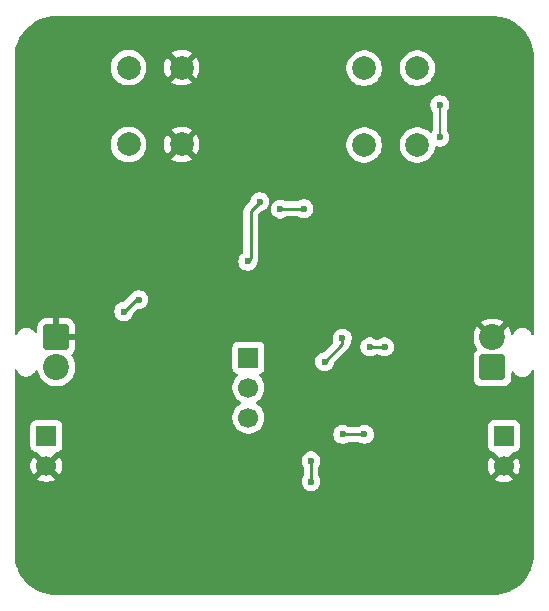
<source format=gbr>
%TF.GenerationSoftware,KiCad,Pcbnew,9.0.4*%
%TF.CreationDate,2026-01-25T08:23:28+01:00*%
%TF.ProjectId,VQFN_Training_Lab,5651464e-5f54-4726-9169-6e696e675f4c,1.0*%
%TF.SameCoordinates,PX7270e00PY7270e00*%
%TF.FileFunction,Copper,L2,Bot*%
%TF.FilePolarity,Positive*%
%FSLAX46Y46*%
G04 Gerber Fmt 4.6, Leading zero omitted, Abs format (unit mm)*
G04 Created by KiCad (PCBNEW 9.0.4) date 2026-01-25 08:23:28*
%MOMM*%
%LPD*%
G01*
G04 APERTURE LIST*
G04 Aperture macros list*
%AMRoundRect*
0 Rectangle with rounded corners*
0 $1 Rounding radius*
0 $2 $3 $4 $5 $6 $7 $8 $9 X,Y pos of 4 corners*
0 Add a 4 corners polygon primitive as box body*
4,1,4,$2,$3,$4,$5,$6,$7,$8,$9,$2,$3,0*
0 Add four circle primitives for the rounded corners*
1,1,$1+$1,$2,$3*
1,1,$1+$1,$4,$5*
1,1,$1+$1,$6,$7*
1,1,$1+$1,$8,$9*
0 Add four rect primitives between the rounded corners*
20,1,$1+$1,$2,$3,$4,$5,0*
20,1,$1+$1,$4,$5,$6,$7,0*
20,1,$1+$1,$6,$7,$8,$9,0*
20,1,$1+$1,$8,$9,$2,$3,0*%
G04 Aperture macros list end*
%TA.AperFunction,ComponentPad*%
%ADD10R,1.700000X1.700000*%
%TD*%
%TA.AperFunction,ComponentPad*%
%ADD11C,1.700000*%
%TD*%
%TA.AperFunction,HeatsinkPad*%
%ADD12C,0.500000*%
%TD*%
%TA.AperFunction,ComponentPad*%
%ADD13C,0.800000*%
%TD*%
%TA.AperFunction,ComponentPad*%
%ADD14C,6.400000*%
%TD*%
%TA.AperFunction,ComponentPad*%
%ADD15C,2.000000*%
%TD*%
%TA.AperFunction,ComponentPad*%
%ADD16RoundRect,0.249999X-0.850001X0.850001X-0.850001X-0.850001X0.850001X-0.850001X0.850001X0.850001X0*%
%TD*%
%TA.AperFunction,ComponentPad*%
%ADD17C,2.200000*%
%TD*%
%TA.AperFunction,ComponentPad*%
%ADD18RoundRect,0.249999X0.850001X-0.850001X0.850001X0.850001X-0.850001X0.850001X-0.850001X-0.850001X0*%
%TD*%
%TA.AperFunction,ViaPad*%
%ADD19C,0.600000*%
%TD*%
%TA.AperFunction,Conductor*%
%ADD20C,0.250000*%
%TD*%
%TA.AperFunction,Conductor*%
%ADD21C,0.200000*%
%TD*%
G04 APERTURE END LIST*
D10*
%TO.P,J5,1,Pin_1*%
%TO.N,+5V*%
X20300000Y20592500D03*
D11*
%TO.P,J5,2,Pin_2*%
%TO.N,/LDO_EN_SEL*%
X20300000Y18052500D03*
%TO.P,J5,3,Pin_3*%
%TO.N,/LDO_EN*%
X20300000Y15512500D03*
%TD*%
D12*
%TO.P,U1,10*%
%TO.N,GND*%
X22352500Y10680000D03*
%TO.P,U1,11*%
X22952500Y9480000D03*
%TD*%
D10*
%TO.P,J4,1,Pin_1*%
%TO.N,+3V3*%
X3200000Y13970000D03*
D11*
%TO.P,J4,2,Pin_2*%
%TO.N,GND*%
X3200000Y11430000D03*
%TD*%
D10*
%TO.P,J1,1,Pin_1*%
%TO.N,+5V*%
X41925000Y13960000D03*
D11*
%TO.P,J1,2,Pin_2*%
%TO.N,GND*%
X41925000Y11420000D03*
%TD*%
D13*
%TO.P,H1,1,1*%
%TO.N,GND*%
X1600000Y46000000D03*
X2302944Y47697056D03*
X2302944Y44302944D03*
X4000000Y48400000D03*
D14*
X4000000Y46000000D03*
D13*
X4000000Y43600000D03*
X5697056Y47697056D03*
X5697056Y44302944D03*
X6400000Y46000000D03*
%TD*%
%TO.P,H3,1,1*%
%TO.N,GND*%
X1600000Y4000000D03*
X2302944Y5697056D03*
X2302944Y2302944D03*
X4000000Y6400000D03*
D14*
X4000000Y4000000D03*
D13*
X4000000Y1600000D03*
X5697056Y5697056D03*
X5697056Y2302944D03*
X6400000Y4000000D03*
%TD*%
D15*
%TO.P,SW2,1,1*%
%TO.N,Net-(R3-Pad1)*%
X34600000Y45100000D03*
X34600000Y38600000D03*
%TO.P,SW2,2,2*%
%TO.N,+5V*%
X30100000Y45100000D03*
X30100000Y38600000D03*
%TD*%
D13*
%TO.P,H2,1,1*%
%TO.N,GND*%
X38600000Y46000000D03*
X39302944Y47697056D03*
X39302944Y44302944D03*
X41000000Y48400000D03*
D14*
X41000000Y46000000D03*
D13*
X41000000Y43600000D03*
X42697056Y47697056D03*
X42697056Y44302944D03*
X43400000Y46000000D03*
%TD*%
D16*
%TO.P,J3,1,Pin_1*%
%TO.N,GND*%
X4040000Y22330000D03*
D17*
%TO.P,J3,2,Pin_2*%
%TO.N,+3V3*%
X4040000Y19790000D03*
%TD*%
D13*
%TO.P,H4,1,1*%
%TO.N,GND*%
X38600000Y4000000D03*
X39302944Y5697056D03*
X39302944Y2302944D03*
X41000000Y6400000D03*
D14*
X41000000Y4000000D03*
D13*
X41000000Y1600000D03*
X42697056Y5697056D03*
X42697056Y2302944D03*
X43400000Y4000000D03*
%TD*%
D15*
%TO.P,SW1,1,1*%
%TO.N,GND*%
X14650000Y45150000D03*
X14650000Y38650000D03*
%TO.P,SW1,2,2*%
%TO.N,Net-(R1-Pad2)*%
X10150000Y45150000D03*
X10150000Y38650000D03*
%TD*%
D18*
%TO.P,J2,1,Pin_1*%
%TO.N,+5V*%
X40960000Y19760000D03*
D17*
%TO.P,J2,2,Pin_2*%
%TO.N,GND*%
X40960000Y22300000D03*
%TD*%
D19*
%TO.N,GND*%
X17300000Y18100000D03*
X11500000Y36000000D03*
X19840000Y8530000D03*
X36000000Y34000000D03*
X19100000Y38800000D03*
X11750000Y27750000D03*
X31000000Y27800000D03*
X23700000Y26600000D03*
X17000000Y24250000D03*
X17600000Y10700000D03*
X7900000Y26700000D03*
X28400000Y7600000D03*
X32500000Y27800000D03*
%TO.N,Net-(IC1-2Y)*%
X31825000Y21500000D03*
X30575000Y21500000D03*
%TO.N,Net-(IC1-1Y)*%
X11000000Y25500000D03*
X21250000Y33800000D03*
X20250000Y28750000D03*
X9750000Y24500000D03*
%TO.N,/RESET*%
X23000000Y33175000D03*
X25000000Y33200000D03*
%TO.N,Net-(IC2-1Y)*%
X26750000Y20250000D03*
X28250000Y22250000D03*
%TO.N,/LDO_EN*%
X28275000Y14100000D03*
X30125000Y14100000D03*
%TO.N,Net-(R3-Pad1)*%
X36500000Y39250000D03*
X36500000Y42000000D03*
%TO.N,/LDO_EN_SEL*%
X25600000Y10100000D03*
X25600000Y11855000D03*
%TD*%
D20*
%TO.N,Net-(IC1-2Y)*%
X31825000Y21500000D02*
X30575000Y21500000D01*
%TO.N,Net-(IC1-1Y)*%
X10750000Y25500000D02*
X9750000Y24500000D01*
X20500000Y33000000D02*
X20500000Y29000000D01*
X21250000Y33750000D02*
X20500000Y33000000D01*
X21250000Y33800000D02*
X21250000Y33750000D01*
X20500000Y29000000D02*
X20250000Y28750000D01*
X11000000Y25500000D02*
X10750000Y25500000D01*
%TO.N,/RESET*%
X23025000Y33200000D02*
X23000000Y33175000D01*
X25000000Y33200000D02*
X23025000Y33200000D01*
%TO.N,Net-(IC2-1Y)*%
X26750000Y20250000D02*
X28250000Y21750000D01*
X28250000Y21750000D02*
X28250000Y22250000D01*
%TO.N,/LDO_EN*%
X28275000Y14100000D02*
X30125000Y14100000D01*
D21*
%TO.N,Net-(R3-Pad1)*%
X36500000Y39250000D02*
X36500000Y42000000D01*
D20*
%TO.N,/LDO_EN_SEL*%
X25600000Y11855000D02*
X25600000Y10100000D01*
%TD*%
%TA.AperFunction,Conductor*%
%TO.N,GND*%
G36*
X41003032Y49499352D02*
G01*
X41336929Y49482948D01*
X41349037Y49481755D01*
X41452146Y49466461D01*
X41676699Y49433151D01*
X41688617Y49430781D01*
X42009951Y49350291D01*
X42021588Y49346760D01*
X42092806Y49321278D01*
X42333467Y49235168D01*
X42344688Y49230521D01*
X42644163Y49088880D01*
X42654871Y49083156D01*
X42938988Y48912863D01*
X42949106Y48906103D01*
X43215170Y48708776D01*
X43224576Y48701056D01*
X43470013Y48478605D01*
X43478604Y48470014D01*
X43665755Y48263525D01*
X43701055Y48224577D01*
X43708775Y48215171D01*
X43906102Y47949107D01*
X43912862Y47938989D01*
X44041776Y47723908D01*
X44083148Y47654884D01*
X44088885Y47644152D01*
X44230514Y47344703D01*
X44235170Y47333460D01*
X44346759Y47021589D01*
X44350292Y47009945D01*
X44430777Y46688631D01*
X44433151Y46676695D01*
X44481754Y46349038D01*
X44482947Y46336929D01*
X44499351Y46003034D01*
X44499500Y45996949D01*
X44499500Y22602191D01*
X44479815Y22535152D01*
X44427011Y22489397D01*
X44357853Y22479453D01*
X44294297Y22508478D01*
X44260939Y22554739D01*
X44209397Y22679173D01*
X44209390Y22679186D01*
X44121789Y22810289D01*
X44121786Y22810293D01*
X44010292Y22921787D01*
X44010288Y22921790D01*
X43879185Y23009391D01*
X43879172Y23009398D01*
X43733501Y23069736D01*
X43733489Y23069739D01*
X43578845Y23100500D01*
X43578842Y23100500D01*
X43421158Y23100500D01*
X43421155Y23100500D01*
X43266510Y23069739D01*
X43266498Y23069736D01*
X43120827Y23009398D01*
X43120814Y23009391D01*
X42989711Y22921790D01*
X42989707Y22921787D01*
X42878213Y22810293D01*
X42878210Y22810289D01*
X42790609Y22679186D01*
X42790604Y22679176D01*
X42763025Y22612594D01*
X42719184Y22558190D01*
X42652889Y22536126D01*
X42585190Y22553406D01*
X42537580Y22604543D01*
X42525991Y22640650D01*
X42520603Y22674669D01*
X42442780Y22914185D01*
X42328442Y23138584D01*
X42254250Y23240699D01*
X42254250Y23240700D01*
X41483787Y22470236D01*
X41472518Y22512292D01*
X41400110Y22637708D01*
X41297708Y22740110D01*
X41172292Y22812518D01*
X41130232Y22823788D01*
X41900698Y23594252D01*
X41798583Y23668443D01*
X41574184Y23782781D01*
X41334669Y23860603D01*
X41085928Y23900000D01*
X40834072Y23900000D01*
X40585330Y23860603D01*
X40345815Y23782781D01*
X40121413Y23668441D01*
X40019301Y23594253D01*
X40019300Y23594252D01*
X40789765Y22823788D01*
X40747708Y22812518D01*
X40622292Y22740110D01*
X40519890Y22637708D01*
X40447482Y22512292D01*
X40436212Y22470235D01*
X39665748Y23240700D01*
X39665747Y23240699D01*
X39591559Y23138587D01*
X39477219Y22914185D01*
X39399397Y22674670D01*
X39360000Y22425929D01*
X39360000Y22174072D01*
X39399397Y21925331D01*
X39477219Y21685816D01*
X39591559Y21461414D01*
X39659125Y21368416D01*
X39682605Y21302610D01*
X39666779Y21234556D01*
X39645254Y21209016D01*
X39646451Y21207819D01*
X39517287Y21078655D01*
X39425187Y20929338D01*
X39425185Y20929333D01*
X39397349Y20845331D01*
X39370001Y20762798D01*
X39370001Y20762797D01*
X39370000Y20762797D01*
X39359500Y20660018D01*
X39359500Y18859983D01*
X39370000Y18757204D01*
X39425185Y18590668D01*
X39425186Y18590665D01*
X39517288Y18441344D01*
X39641344Y18317288D01*
X39790665Y18225186D01*
X39957202Y18170001D01*
X40059990Y18159500D01*
X40059995Y18159500D01*
X41860005Y18159500D01*
X41860010Y18159500D01*
X41962798Y18170001D01*
X42129335Y18225186D01*
X42278656Y18317288D01*
X42402712Y18441344D01*
X42494814Y18590665D01*
X42549999Y18757202D01*
X42560500Y18859990D01*
X42560500Y19316425D01*
X42580185Y19383464D01*
X42632989Y19429219D01*
X42702147Y19439163D01*
X42765703Y19410138D01*
X42787602Y19385316D01*
X42878210Y19249712D01*
X42878213Y19249708D01*
X42989707Y19138214D01*
X42989711Y19138211D01*
X43120814Y19050610D01*
X43120827Y19050603D01*
X43194078Y19020262D01*
X43266503Y18990263D01*
X43421153Y18959501D01*
X43421156Y18959500D01*
X43421158Y18959500D01*
X43578844Y18959500D01*
X43578845Y18959501D01*
X43733497Y18990263D01*
X43846166Y19036933D01*
X43879172Y19050603D01*
X43879172Y19050604D01*
X43879179Y19050606D01*
X44010289Y19138211D01*
X44121789Y19249711D01*
X44209394Y19380821D01*
X44211256Y19385316D01*
X44260939Y19505262D01*
X44304779Y19559666D01*
X44371074Y19581731D01*
X44438773Y19564452D01*
X44486384Y19513315D01*
X44499500Y19457810D01*
X44499500Y4003052D01*
X44499351Y3996967D01*
X44482947Y3663072D01*
X44481754Y3650963D01*
X44433151Y3323306D01*
X44430777Y3311370D01*
X44350292Y2990056D01*
X44346759Y2978412D01*
X44235170Y2666541D01*
X44230514Y2655298D01*
X44088885Y2355849D01*
X44083148Y2345117D01*
X43912862Y2061012D01*
X43906102Y2050894D01*
X43708775Y1784830D01*
X43701055Y1775424D01*
X43478611Y1529994D01*
X43470006Y1521389D01*
X43224576Y1298945D01*
X43215170Y1291225D01*
X42949106Y1093898D01*
X42938988Y1087138D01*
X42654883Y916852D01*
X42644151Y911115D01*
X42344702Y769486D01*
X42333459Y764830D01*
X42021588Y653241D01*
X42009944Y649708D01*
X41688630Y569223D01*
X41676694Y566849D01*
X41349037Y518246D01*
X41336928Y517053D01*
X41021989Y501581D01*
X41003031Y500649D01*
X40996949Y500500D01*
X4003051Y500500D01*
X3996968Y500649D01*
X3976900Y501635D01*
X3663071Y517053D01*
X3650962Y518246D01*
X3323305Y566849D01*
X3311369Y569223D01*
X2990055Y649708D01*
X2978411Y653241D01*
X2666540Y764830D01*
X2655301Y769485D01*
X2355844Y911117D01*
X2345121Y916850D01*
X2061011Y1087138D01*
X2050893Y1093898D01*
X1784829Y1291225D01*
X1775423Y1298945D01*
X1736475Y1334245D01*
X1529986Y1521396D01*
X1521395Y1529987D01*
X1298944Y1775424D01*
X1291224Y1784830D01*
X1093897Y2050894D01*
X1087137Y2061012D01*
X916844Y2345129D01*
X911120Y2355837D01*
X769479Y2655312D01*
X764829Y2666541D01*
X653240Y2978412D01*
X649707Y2990056D01*
X640958Y3024985D01*
X569219Y3311383D01*
X566848Y3323306D01*
X518245Y3650963D01*
X517052Y3663073D01*
X500649Y3996968D01*
X500500Y4003052D01*
X500500Y14867865D01*
X1849500Y14867865D01*
X1849500Y13072130D01*
X1849501Y13072124D01*
X1855908Y13012517D01*
X1906202Y12877672D01*
X1906206Y12877665D01*
X1992452Y12762456D01*
X1992455Y12762453D01*
X2107664Y12676207D01*
X2107671Y12676203D01*
X2134472Y12666207D01*
X2242517Y12625909D01*
X2302127Y12619500D01*
X2312685Y12619501D01*
X2379723Y12599821D01*
X2400372Y12583182D01*
X3070591Y11912963D01*
X3007007Y11895925D01*
X2892993Y11830099D01*
X2799901Y11737007D01*
X2734075Y11622993D01*
X2717037Y11559409D01*
X2084728Y12191718D01*
X2084727Y12191718D01*
X2045380Y12137561D01*
X1948904Y11948218D01*
X1883242Y11746131D01*
X1883242Y11746128D01*
X1850000Y11536247D01*
X1850000Y11323754D01*
X1883242Y11113873D01*
X1883242Y11113870D01*
X1948904Y10911783D01*
X2045375Y10722450D01*
X2084728Y10668284D01*
X2717037Y11300592D01*
X2734075Y11237007D01*
X2799901Y11122993D01*
X2892993Y11029901D01*
X3007007Y10964075D01*
X3070590Y10947038D01*
X2438282Y10314731D01*
X2438282Y10314730D01*
X2492449Y10275376D01*
X2681782Y10178905D01*
X2883870Y10113243D01*
X3093754Y10080000D01*
X3306246Y10080000D01*
X3516127Y10113243D01*
X3516130Y10113243D01*
X3718217Y10178905D01*
X3907554Y10275378D01*
X3961716Y10314730D01*
X3961717Y10314730D01*
X3329408Y10947038D01*
X3392993Y10964075D01*
X3507007Y11029901D01*
X3600099Y11122993D01*
X3665925Y11237007D01*
X3682962Y11300592D01*
X4315270Y10668283D01*
X4315270Y10668284D01*
X4354622Y10722446D01*
X4451095Y10911783D01*
X4516757Y11113870D01*
X4516757Y11113873D01*
X4550000Y11323754D01*
X4550000Y11536247D01*
X4516757Y11746128D01*
X4516757Y11746131D01*
X4466237Y11901616D01*
X4455764Y11933847D01*
X24799500Y11933847D01*
X24799500Y11776154D01*
X24830261Y11621511D01*
X24830264Y11621499D01*
X24890602Y11475828D01*
X24890609Y11475816D01*
X24953602Y11381541D01*
X24974480Y11314864D01*
X24974500Y11312650D01*
X24974500Y10642350D01*
X24954815Y10575311D01*
X24953602Y10573459D01*
X24890609Y10479185D01*
X24890602Y10479172D01*
X24830264Y10333502D01*
X24830261Y10333490D01*
X24799500Y10178847D01*
X24799500Y10021154D01*
X24830261Y9866511D01*
X24830264Y9866499D01*
X24890602Y9720828D01*
X24890609Y9720815D01*
X24978210Y9589712D01*
X24978213Y9589708D01*
X25089707Y9478214D01*
X25089711Y9478211D01*
X25220814Y9390610D01*
X25220827Y9390603D01*
X25366498Y9330265D01*
X25366503Y9330263D01*
X25521153Y9299501D01*
X25521156Y9299500D01*
X25521158Y9299500D01*
X25678844Y9299500D01*
X25678845Y9299501D01*
X25833497Y9330263D01*
X25979179Y9390606D01*
X26110289Y9478211D01*
X26221789Y9589711D01*
X26309394Y9720821D01*
X26369737Y9866503D01*
X26400500Y10021158D01*
X26400500Y10178842D01*
X26400500Y10178845D01*
X26370871Y10327797D01*
X26370870Y10327799D01*
X26369738Y10333490D01*
X26369737Y10333497D01*
X26309394Y10479179D01*
X26246397Y10573461D01*
X26225520Y10640137D01*
X26225500Y10642350D01*
X26225500Y11312650D01*
X26229026Y11326705D01*
X26228125Y11338030D01*
X26237427Y11360182D01*
X26240192Y11371197D01*
X26243043Y11376520D01*
X26309394Y11475821D01*
X26369737Y11621503D01*
X26400500Y11776158D01*
X26400500Y11933842D01*
X26400500Y11933845D01*
X26400499Y11933847D01*
X26369738Y12088490D01*
X26369737Y12088497D01*
X26369735Y12088502D01*
X26309397Y12234173D01*
X26309390Y12234186D01*
X26221789Y12365289D01*
X26221786Y12365293D01*
X26110292Y12476787D01*
X26110288Y12476790D01*
X25979185Y12564391D01*
X25979172Y12564398D01*
X25833501Y12624736D01*
X25833489Y12624739D01*
X25678845Y12655500D01*
X25678842Y12655500D01*
X25521158Y12655500D01*
X25521155Y12655500D01*
X25366510Y12624739D01*
X25366498Y12624736D01*
X25220827Y12564398D01*
X25220814Y12564391D01*
X25089711Y12476790D01*
X25089707Y12476787D01*
X24978213Y12365293D01*
X24978210Y12365289D01*
X24890609Y12234186D01*
X24890602Y12234173D01*
X24830264Y12088502D01*
X24830261Y12088490D01*
X24799500Y11933847D01*
X4455764Y11933847D01*
X4451095Y11948218D01*
X4354624Y12137551D01*
X4315270Y12191718D01*
X4315269Y12191718D01*
X3682962Y11559410D01*
X3665925Y11622993D01*
X3600099Y11737007D01*
X3507007Y11830099D01*
X3392993Y11895925D01*
X3329409Y11912963D01*
X3999627Y12583182D01*
X4060950Y12616667D01*
X4087307Y12619501D01*
X4097872Y12619501D01*
X4157483Y12625909D01*
X4292331Y12676204D01*
X4407546Y12762454D01*
X4493796Y12877669D01*
X4544091Y13012517D01*
X4550500Y13072127D01*
X4550499Y14867872D01*
X4544091Y14927483D01*
X4493796Y15062331D01*
X4493795Y15062332D01*
X4493793Y15062336D01*
X4407547Y15177545D01*
X4407544Y15177548D01*
X4292335Y15263794D01*
X4292328Y15263798D01*
X4157482Y15314092D01*
X4157483Y15314092D01*
X4097883Y15320499D01*
X4097881Y15320500D01*
X4097873Y15320500D01*
X4097864Y15320500D01*
X2302129Y15320500D01*
X2302123Y15320499D01*
X2242516Y15314092D01*
X2107671Y15263798D01*
X2107664Y15263794D01*
X1992455Y15177548D01*
X1992452Y15177545D01*
X1906206Y15062336D01*
X1906202Y15062329D01*
X1855908Y14927483D01*
X1849700Y14869737D01*
X1849501Y14867877D01*
X1849500Y14867865D01*
X500500Y14867865D01*
X500500Y19487810D01*
X520185Y19554849D01*
X572989Y19600604D01*
X642147Y19610548D01*
X705703Y19581523D01*
X739061Y19535262D01*
X790602Y19410828D01*
X790609Y19410815D01*
X878210Y19279712D01*
X878213Y19279708D01*
X989707Y19168214D01*
X989711Y19168211D01*
X1120814Y19080610D01*
X1120827Y19080603D01*
X1266498Y19020265D01*
X1266503Y19020263D01*
X1417312Y18990265D01*
X1421153Y18989501D01*
X1421156Y18989500D01*
X1421158Y18989500D01*
X1578844Y18989500D01*
X1578845Y18989501D01*
X1733497Y19020263D01*
X1879179Y19080606D01*
X2010289Y19168211D01*
X2121789Y19279711D01*
X2209394Y19410821D01*
X2236609Y19476525D01*
X2280447Y19530927D01*
X2346741Y19552993D01*
X2414440Y19535715D01*
X2462052Y19484579D01*
X2473642Y19448472D01*
X2478910Y19415213D01*
X2556760Y19175617D01*
X2620455Y19050610D01*
X2651202Y18990265D01*
X2671132Y18951152D01*
X2819201Y18747351D01*
X2819205Y18747346D01*
X2997345Y18569206D01*
X2997350Y18569202D01*
X3173333Y18441344D01*
X3201155Y18421130D01*
X3344184Y18348253D01*
X3425616Y18306761D01*
X3425618Y18306761D01*
X3425621Y18306759D01*
X3665215Y18228910D01*
X3914038Y18189500D01*
X3914039Y18189500D01*
X4165961Y18189500D01*
X4165962Y18189500D01*
X4414785Y18228910D01*
X4654379Y18306759D01*
X4878845Y18421130D01*
X5082656Y18569207D01*
X5260793Y18747344D01*
X5408870Y18951155D01*
X5523241Y19175621D01*
X5601090Y19415215D01*
X5640500Y19664038D01*
X5640500Y19915962D01*
X5601090Y20164785D01*
X5523241Y20404379D01*
X5523239Y20404382D01*
X5523239Y20404384D01*
X5459367Y20529739D01*
X5408870Y20628845D01*
X5386231Y20660005D01*
X5340937Y20722348D01*
X5317457Y20788154D01*
X5333283Y20856208D01*
X5353574Y20882915D01*
X5482320Y21011661D01*
X5574354Y21160870D01*
X5574359Y21160881D01*
X5629505Y21327303D01*
X5639999Y21430014D01*
X5640000Y21430027D01*
X5640000Y21490365D01*
X18949500Y21490365D01*
X18949500Y19694630D01*
X18949501Y19694624D01*
X18955908Y19635017D01*
X19006202Y19500172D01*
X19006206Y19500165D01*
X19092452Y19384956D01*
X19092455Y19384953D01*
X19207664Y19298707D01*
X19207671Y19298703D01*
X19339082Y19249690D01*
X19395016Y19207819D01*
X19419433Y19142355D01*
X19404582Y19074082D01*
X19383431Y19045827D01*
X19269889Y18932285D01*
X19144951Y18760321D01*
X19048444Y18570915D01*
X18982753Y18368740D01*
X18949500Y18158787D01*
X18949500Y17946214D01*
X18982753Y17736261D01*
X19048444Y17534086D01*
X19144951Y17344680D01*
X19269890Y17172714D01*
X19420213Y17022391D01*
X19592182Y16897450D01*
X19600946Y16892984D01*
X19651742Y16845009D01*
X19668536Y16777188D01*
X19645998Y16711053D01*
X19600946Y16672016D01*
X19592182Y16667551D01*
X19420213Y16542610D01*
X19269890Y16392287D01*
X19144951Y16220321D01*
X19048444Y16030915D01*
X18982753Y15828740D01*
X18949500Y15618787D01*
X18949500Y15406214D01*
X18973640Y15253796D01*
X18982754Y15196257D01*
X19029519Y15052329D01*
X19048444Y14994086D01*
X19144951Y14804680D01*
X19269890Y14632714D01*
X19420213Y14482391D01*
X19592179Y14357452D01*
X19592181Y14357451D01*
X19592184Y14357449D01*
X19781588Y14260943D01*
X19983757Y14195254D01*
X20193713Y14162000D01*
X20193714Y14162000D01*
X20406286Y14162000D01*
X20406287Y14162000D01*
X20512654Y14178847D01*
X27474500Y14178847D01*
X27474500Y14021154D01*
X27505261Y13866511D01*
X27505264Y13866499D01*
X27565602Y13720828D01*
X27565609Y13720815D01*
X27653210Y13589712D01*
X27653213Y13589708D01*
X27764707Y13478214D01*
X27764711Y13478211D01*
X27895814Y13390610D01*
X27895827Y13390603D01*
X28041498Y13330265D01*
X28041503Y13330263D01*
X28196153Y13299501D01*
X28196156Y13299500D01*
X28196158Y13299500D01*
X28353844Y13299500D01*
X28353845Y13299501D01*
X28508497Y13330263D01*
X28654179Y13390606D01*
X28748459Y13453602D01*
X28815136Y13474480D01*
X28817350Y13474500D01*
X29582650Y13474500D01*
X29649689Y13454815D01*
X29651541Y13453602D01*
X29745821Y13390606D01*
X29745823Y13390605D01*
X29745827Y13390603D01*
X29891498Y13330265D01*
X29891503Y13330263D01*
X30046153Y13299501D01*
X30046156Y13299500D01*
X30046158Y13299500D01*
X30203844Y13299500D01*
X30203845Y13299501D01*
X30358497Y13330263D01*
X30504179Y13390606D01*
X30635289Y13478211D01*
X30746789Y13589711D01*
X30834394Y13720821D01*
X30894737Y13866503D01*
X30925500Y14021158D01*
X30925500Y14178842D01*
X30925500Y14178845D01*
X30925499Y14178847D01*
X30909169Y14260943D01*
X30894737Y14333497D01*
X30884815Y14357452D01*
X30834397Y14479173D01*
X30834390Y14479186D01*
X30746789Y14610289D01*
X30746786Y14610293D01*
X30635289Y14721790D01*
X30580958Y14758092D01*
X30504185Y14809391D01*
X30504172Y14809398D01*
X30387161Y14857865D01*
X40574500Y14857865D01*
X40574500Y13062130D01*
X40574501Y13062124D01*
X40580908Y13002517D01*
X40631202Y12867672D01*
X40631206Y12867665D01*
X40717452Y12752456D01*
X40717455Y12752453D01*
X40832664Y12666207D01*
X40832671Y12666203D01*
X40861368Y12655500D01*
X40967517Y12615909D01*
X41027127Y12609500D01*
X41037685Y12609501D01*
X41104723Y12589821D01*
X41125372Y12573182D01*
X41795591Y11902963D01*
X41732007Y11885925D01*
X41617993Y11820099D01*
X41524901Y11727007D01*
X41459075Y11612993D01*
X41442037Y11549409D01*
X40809728Y12181718D01*
X40809727Y12181718D01*
X40770380Y12127561D01*
X40673904Y11938218D01*
X40608242Y11736131D01*
X40608242Y11736128D01*
X40575000Y11526247D01*
X40575000Y11313754D01*
X40608242Y11103873D01*
X40608242Y11103870D01*
X40673904Y10901783D01*
X40770375Y10712450D01*
X40809728Y10658284D01*
X41442037Y11290592D01*
X41459075Y11227007D01*
X41524901Y11112993D01*
X41617993Y11019901D01*
X41732007Y10954075D01*
X41795590Y10937038D01*
X41163282Y10304731D01*
X41163282Y10304730D01*
X41217449Y10265376D01*
X41406782Y10168905D01*
X41608870Y10103243D01*
X41818754Y10070000D01*
X42031246Y10070000D01*
X42241127Y10103243D01*
X42241130Y10103243D01*
X42443217Y10168905D01*
X42632554Y10265378D01*
X42686716Y10304730D01*
X42686717Y10304730D01*
X42054408Y10937038D01*
X42117993Y10954075D01*
X42232007Y11019901D01*
X42325099Y11112993D01*
X42390925Y11227007D01*
X42407962Y11290592D01*
X43040270Y10658283D01*
X43040270Y10658284D01*
X43079622Y10712446D01*
X43176095Y10901783D01*
X43241757Y11103870D01*
X43241757Y11103873D01*
X43275000Y11313754D01*
X43275000Y11526247D01*
X43241757Y11736128D01*
X43241757Y11736131D01*
X43176095Y11938218D01*
X43079624Y12127551D01*
X43040270Y12181718D01*
X43040269Y12181718D01*
X42407962Y11549410D01*
X42390925Y11612993D01*
X42325099Y11727007D01*
X42232007Y11820099D01*
X42117993Y11885925D01*
X42054409Y11902963D01*
X42724627Y12573182D01*
X42785950Y12606667D01*
X42812307Y12609501D01*
X42822872Y12609501D01*
X42882483Y12615909D01*
X43017331Y12666204D01*
X43132546Y12752454D01*
X43218796Y12867669D01*
X43269091Y13002517D01*
X43275500Y13062127D01*
X43275499Y14857872D01*
X43269091Y14917483D01*
X43265361Y14927483D01*
X43218797Y15052329D01*
X43218793Y15052336D01*
X43132547Y15167545D01*
X43132544Y15167548D01*
X43017335Y15253794D01*
X43017328Y15253798D01*
X42882482Y15304092D01*
X42882483Y15304092D01*
X42822883Y15310499D01*
X42822881Y15310500D01*
X42822873Y15310500D01*
X42822864Y15310500D01*
X41027129Y15310500D01*
X41027123Y15310499D01*
X40967516Y15304092D01*
X40832671Y15253798D01*
X40832664Y15253794D01*
X40717455Y15167548D01*
X40717452Y15167545D01*
X40631206Y15052336D01*
X40631202Y15052329D01*
X40580908Y14917483D01*
X40575575Y14867873D01*
X40574501Y14857877D01*
X40574500Y14857865D01*
X30387161Y14857865D01*
X30358501Y14869736D01*
X30358489Y14869739D01*
X30203845Y14900500D01*
X30203842Y14900500D01*
X30046158Y14900500D01*
X30046155Y14900500D01*
X29891510Y14869739D01*
X29891498Y14869736D01*
X29745827Y14809398D01*
X29745815Y14809391D01*
X29651541Y14746398D01*
X29584864Y14725520D01*
X29582650Y14725500D01*
X28817350Y14725500D01*
X28750311Y14745185D01*
X28748459Y14746398D01*
X28654184Y14809391D01*
X28654172Y14809398D01*
X28508501Y14869736D01*
X28508489Y14869739D01*
X28353845Y14900500D01*
X28353842Y14900500D01*
X28196158Y14900500D01*
X28196155Y14900500D01*
X28041510Y14869739D01*
X28041498Y14869736D01*
X27895827Y14809398D01*
X27895814Y14809391D01*
X27764711Y14721790D01*
X27764707Y14721787D01*
X27653213Y14610293D01*
X27653210Y14610289D01*
X27565609Y14479186D01*
X27565602Y14479173D01*
X27505264Y14333502D01*
X27505261Y14333490D01*
X27474500Y14178847D01*
X20512654Y14178847D01*
X20616243Y14195254D01*
X20818412Y14260943D01*
X21007816Y14357449D01*
X21029789Y14373414D01*
X21179786Y14482391D01*
X21179788Y14482394D01*
X21179792Y14482396D01*
X21330104Y14632708D01*
X21330106Y14632712D01*
X21330109Y14632714D01*
X21455048Y14804680D01*
X21455047Y14804680D01*
X21455051Y14804684D01*
X21551557Y14994088D01*
X21617246Y15196257D01*
X21650500Y15406213D01*
X21650500Y15618787D01*
X21617246Y15828743D01*
X21551557Y16030912D01*
X21455051Y16220316D01*
X21455049Y16220319D01*
X21455048Y16220321D01*
X21330109Y16392287D01*
X21179786Y16542610D01*
X21007820Y16667549D01*
X21007115Y16667909D01*
X20999054Y16672015D01*
X20948259Y16719988D01*
X20931463Y16787808D01*
X20953999Y16853944D01*
X20999054Y16892985D01*
X21007816Y16897449D01*
X21029789Y16913414D01*
X21179786Y17022391D01*
X21179788Y17022394D01*
X21179792Y17022396D01*
X21330104Y17172708D01*
X21330106Y17172712D01*
X21330109Y17172714D01*
X21455048Y17344680D01*
X21455047Y17344680D01*
X21455051Y17344684D01*
X21551557Y17534088D01*
X21617246Y17736257D01*
X21650500Y17946213D01*
X21650500Y18158787D01*
X21617246Y18368743D01*
X21551557Y18570912D01*
X21455051Y18760316D01*
X21455049Y18760319D01*
X21455048Y18760321D01*
X21330109Y18932287D01*
X21216569Y19045827D01*
X21183084Y19107150D01*
X21188068Y19176842D01*
X21229940Y19232775D01*
X21260915Y19249690D01*
X21392331Y19298704D01*
X21507546Y19384954D01*
X21593796Y19500169D01*
X21644091Y19635017D01*
X21650500Y19694627D01*
X21650499Y20328847D01*
X25949500Y20328847D01*
X25949500Y20171154D01*
X25980261Y20016511D01*
X25980264Y20016499D01*
X26040602Y19870828D01*
X26040609Y19870815D01*
X26128210Y19739712D01*
X26128213Y19739708D01*
X26239707Y19628214D01*
X26239711Y19628211D01*
X26370814Y19540610D01*
X26370827Y19540603D01*
X26506083Y19484579D01*
X26516503Y19480263D01*
X26671153Y19449501D01*
X26671156Y19449500D01*
X26671158Y19449500D01*
X26828844Y19449500D01*
X26828845Y19449501D01*
X26983497Y19480263D01*
X27129179Y19540606D01*
X27260289Y19628211D01*
X27371789Y19739711D01*
X27459394Y19870821D01*
X27519737Y20016503D01*
X27541858Y20127718D01*
X27574240Y20189625D01*
X27575732Y20191144D01*
X28735857Y21351266D01*
X28762073Y21390500D01*
X28804311Y21453714D01*
X28851463Y21567548D01*
X28853710Y21578847D01*
X29774500Y21578847D01*
X29774500Y21421154D01*
X29805261Y21266511D01*
X29805264Y21266499D01*
X29865602Y21120828D01*
X29865609Y21120815D01*
X29953210Y20989712D01*
X29953213Y20989708D01*
X30064707Y20878214D01*
X30064711Y20878211D01*
X30195814Y20790610D01*
X30195827Y20790603D01*
X30341498Y20730265D01*
X30341503Y20730263D01*
X30496153Y20699501D01*
X30496156Y20699500D01*
X30496158Y20699500D01*
X30653844Y20699500D01*
X30653845Y20699501D01*
X30808497Y20730263D01*
X30921166Y20776933D01*
X30954172Y20790603D01*
X30954172Y20790604D01*
X30954179Y20790606D01*
X31048459Y20853602D01*
X31066505Y20859253D01*
X31082415Y20869477D01*
X31113374Y20873929D01*
X31115136Y20874480D01*
X31117350Y20874500D01*
X31282650Y20874500D01*
X31349689Y20854815D01*
X31351541Y20853602D01*
X31445821Y20790606D01*
X31445823Y20790605D01*
X31445827Y20790603D01*
X31591498Y20730265D01*
X31591503Y20730263D01*
X31746153Y20699501D01*
X31746156Y20699500D01*
X31746158Y20699500D01*
X31903844Y20699500D01*
X31903845Y20699501D01*
X32058497Y20730263D01*
X32171166Y20776933D01*
X32204172Y20790603D01*
X32204172Y20790604D01*
X32204179Y20790606D01*
X32335289Y20878211D01*
X32446789Y20989711D01*
X32534394Y21120821D01*
X32594737Y21266503D01*
X32625500Y21421158D01*
X32625500Y21578842D01*
X32625500Y21578845D01*
X32625499Y21578847D01*
X32617193Y21620603D01*
X32594737Y21733497D01*
X32559028Y21819708D01*
X32534397Y21879173D01*
X32534390Y21879186D01*
X32446789Y22010289D01*
X32446786Y22010293D01*
X32335292Y22121787D01*
X32335288Y22121790D01*
X32204185Y22209391D01*
X32204172Y22209398D01*
X32058501Y22269736D01*
X32058489Y22269739D01*
X31903845Y22300500D01*
X31903842Y22300500D01*
X31746158Y22300500D01*
X31746155Y22300500D01*
X31591510Y22269739D01*
X31591498Y22269736D01*
X31445827Y22209398D01*
X31445815Y22209391D01*
X31351541Y22146398D01*
X31333494Y22140748D01*
X31317585Y22130523D01*
X31286625Y22126072D01*
X31284864Y22125520D01*
X31282650Y22125500D01*
X31117350Y22125500D01*
X31050311Y22145185D01*
X31048459Y22146398D01*
X30954184Y22209391D01*
X30954172Y22209398D01*
X30808501Y22269736D01*
X30808489Y22269739D01*
X30653845Y22300500D01*
X30653842Y22300500D01*
X30496158Y22300500D01*
X30496155Y22300500D01*
X30341510Y22269739D01*
X30341498Y22269736D01*
X30195827Y22209398D01*
X30195814Y22209391D01*
X30064711Y22121790D01*
X30064707Y22121787D01*
X29953213Y22010293D01*
X29953210Y22010289D01*
X29865609Y21879186D01*
X29865602Y21879173D01*
X29805264Y21733502D01*
X29805261Y21733490D01*
X29774500Y21578847D01*
X28853710Y21578847D01*
X28863529Y21628211D01*
X28875500Y21688393D01*
X28875500Y21707650D01*
X28895185Y21774689D01*
X28896398Y21776541D01*
X28898709Y21780000D01*
X28959394Y21870821D01*
X28962854Y21879173D01*
X28980102Y21920815D01*
X29019737Y22016503D01*
X29050500Y22171158D01*
X29050500Y22328842D01*
X29050500Y22328845D01*
X29050499Y22328847D01*
X29040554Y22378842D01*
X29019737Y22483497D01*
X29000336Y22530335D01*
X28959397Y22629173D01*
X28959390Y22629186D01*
X28871789Y22760289D01*
X28871786Y22760293D01*
X28760292Y22871787D01*
X28760288Y22871790D01*
X28629185Y22959391D01*
X28629172Y22959398D01*
X28483501Y23019736D01*
X28483489Y23019739D01*
X28328845Y23050500D01*
X28328842Y23050500D01*
X28171158Y23050500D01*
X28171155Y23050500D01*
X28016510Y23019739D01*
X28016498Y23019736D01*
X27870827Y22959398D01*
X27870814Y22959391D01*
X27739711Y22871790D01*
X27739707Y22871787D01*
X27628213Y22760293D01*
X27628210Y22760289D01*
X27540609Y22629186D01*
X27540602Y22629173D01*
X27480264Y22483502D01*
X27480261Y22483490D01*
X27449500Y22328847D01*
X27449500Y22171154D01*
X27480260Y22016512D01*
X27480262Y22016507D01*
X27480263Y22016503D01*
X27482837Y22010289D01*
X27492974Y21985815D01*
X27500440Y21916346D01*
X27469163Y21853867D01*
X27466092Y21850685D01*
X26691203Y21075795D01*
X26629880Y21042310D01*
X26627714Y21041859D01*
X26516508Y21019739D01*
X26516498Y21019736D01*
X26370827Y20959398D01*
X26370814Y20959391D01*
X26239711Y20871790D01*
X26239707Y20871787D01*
X26128213Y20760293D01*
X26128210Y20760289D01*
X26040609Y20629186D01*
X26040602Y20629173D01*
X25980264Y20483502D01*
X25980261Y20483490D01*
X25949500Y20328847D01*
X21650499Y20328847D01*
X21650499Y20628844D01*
X21650499Y21490371D01*
X21650498Y21490377D01*
X21650497Y21490384D01*
X21644091Y21549983D01*
X21640257Y21560262D01*
X21593797Y21684829D01*
X21593793Y21684836D01*
X21507547Y21800045D01*
X21507544Y21800048D01*
X21392335Y21886294D01*
X21392328Y21886298D01*
X21257482Y21936592D01*
X21257483Y21936592D01*
X21197883Y21942999D01*
X21197881Y21943000D01*
X21197873Y21943000D01*
X21197864Y21943000D01*
X19402129Y21943000D01*
X19402123Y21942999D01*
X19342516Y21936592D01*
X19207671Y21886298D01*
X19207664Y21886294D01*
X19092455Y21800048D01*
X19092452Y21800045D01*
X19006206Y21684836D01*
X19006202Y21684829D01*
X18955908Y21549983D01*
X18950481Y21499501D01*
X18949501Y21490377D01*
X18949500Y21490365D01*
X5640000Y21490365D01*
X5640000Y22080000D01*
X4530748Y22080000D01*
X4552518Y22117708D01*
X4590000Y22257591D01*
X4590000Y22402409D01*
X4552518Y22542292D01*
X4530748Y22580000D01*
X5639999Y22580000D01*
X5639999Y23229972D01*
X5639998Y23229987D01*
X5629505Y23332697D01*
X5629505Y23332699D01*
X5574358Y23499121D01*
X5574355Y23499130D01*
X5482319Y23648341D01*
X5482316Y23648345D01*
X5358344Y23772317D01*
X5358340Y23772320D01*
X5209130Y23864355D01*
X5209119Y23864360D01*
X5042697Y23919506D01*
X4939986Y23930000D01*
X4290000Y23930000D01*
X4290000Y22820748D01*
X4252292Y22842518D01*
X4112409Y22880000D01*
X3967591Y22880000D01*
X3827708Y22842518D01*
X3790000Y22820748D01*
X3790000Y23930000D01*
X3140028Y23930000D01*
X3140012Y23929999D01*
X3037303Y23919506D01*
X3037301Y23919506D01*
X2870880Y23864360D01*
X2870869Y23864355D01*
X2721659Y23772320D01*
X2721655Y23772317D01*
X2597683Y23648345D01*
X2597680Y23648341D01*
X2505645Y23499131D01*
X2505640Y23499120D01*
X2450494Y23332698D01*
X2440000Y23229987D01*
X2440000Y22772782D01*
X2420315Y22705743D01*
X2367511Y22659988D01*
X2298353Y22650044D01*
X2234797Y22679069D01*
X2214105Y22705001D01*
X2212779Y22704114D01*
X2121789Y22840289D01*
X2121786Y22840293D01*
X2010292Y22951787D01*
X2010288Y22951790D01*
X1879185Y23039391D01*
X1879172Y23039398D01*
X1733501Y23099736D01*
X1733489Y23099739D01*
X1578845Y23130500D01*
X1578842Y23130500D01*
X1421158Y23130500D01*
X1421155Y23130500D01*
X1266510Y23099739D01*
X1266498Y23099736D01*
X1120827Y23039398D01*
X1120814Y23039391D01*
X989711Y22951790D01*
X989707Y22951787D01*
X878213Y22840293D01*
X878210Y22840289D01*
X790609Y22709186D01*
X790602Y22709173D01*
X739061Y22584739D01*
X695220Y22530335D01*
X628926Y22508270D01*
X561227Y22525549D01*
X513616Y22576686D01*
X500500Y22632191D01*
X500500Y24578847D01*
X8949500Y24578847D01*
X8949500Y24421154D01*
X8980261Y24266511D01*
X8980264Y24266499D01*
X9040602Y24120828D01*
X9040609Y24120815D01*
X9128210Y23989712D01*
X9128213Y23989708D01*
X9239707Y23878214D01*
X9239711Y23878211D01*
X9370814Y23790610D01*
X9370827Y23790603D01*
X9516498Y23730265D01*
X9516503Y23730263D01*
X9671153Y23699501D01*
X9671156Y23699500D01*
X9671158Y23699500D01*
X9828844Y23699500D01*
X9828845Y23699501D01*
X9983497Y23730263D01*
X10129179Y23790606D01*
X10260289Y23878211D01*
X10371789Y23989711D01*
X10459394Y24120821D01*
X10519737Y24266503D01*
X10541858Y24377718D01*
X10574240Y24439625D01*
X10575730Y24441142D01*
X10801669Y24667081D01*
X10862991Y24700564D01*
X10913541Y24701015D01*
X10921158Y24699500D01*
X11078844Y24699500D01*
X11078845Y24699501D01*
X11233497Y24730263D01*
X11379179Y24790606D01*
X11510289Y24878211D01*
X11621789Y24989711D01*
X11709394Y25120821D01*
X11769737Y25266503D01*
X11800500Y25421158D01*
X11800500Y25578842D01*
X11800500Y25578845D01*
X11800499Y25578847D01*
X11769738Y25733490D01*
X11769737Y25733497D01*
X11769735Y25733502D01*
X11709397Y25879173D01*
X11709390Y25879186D01*
X11621789Y26010289D01*
X11621786Y26010293D01*
X11510292Y26121787D01*
X11510288Y26121790D01*
X11379185Y26209391D01*
X11379172Y26209398D01*
X11233501Y26269736D01*
X11233489Y26269739D01*
X11078845Y26300500D01*
X11078842Y26300500D01*
X10921158Y26300500D01*
X10921155Y26300500D01*
X10766510Y26269739D01*
X10766498Y26269736D01*
X10620827Y26209398D01*
X10620814Y26209391D01*
X10489711Y26121790D01*
X10489707Y26121787D01*
X10378208Y26010288D01*
X10378190Y26010265D01*
X10378147Y26010227D01*
X10373904Y26005983D01*
X10373695Y26006192D01*
X10355780Y25989953D01*
X10355972Y25989719D01*
X10351260Y25985853D01*
X9691203Y25325795D01*
X9629880Y25292310D01*
X9627714Y25291859D01*
X9516508Y25269739D01*
X9516498Y25269736D01*
X9370827Y25209398D01*
X9370814Y25209391D01*
X9239711Y25121790D01*
X9239707Y25121787D01*
X9128213Y25010293D01*
X9128210Y25010289D01*
X9040609Y24879186D01*
X9040602Y24879173D01*
X8980264Y24733502D01*
X8980261Y24733490D01*
X8949500Y24578847D01*
X500500Y24578847D01*
X500500Y28828847D01*
X19449500Y28828847D01*
X19449500Y28671154D01*
X19480261Y28516511D01*
X19480264Y28516499D01*
X19540602Y28370828D01*
X19540609Y28370815D01*
X19628210Y28239712D01*
X19628213Y28239708D01*
X19739707Y28128214D01*
X19739711Y28128211D01*
X19870814Y28040610D01*
X19870827Y28040603D01*
X20016498Y27980265D01*
X20016503Y27980263D01*
X20171153Y27949501D01*
X20171156Y27949500D01*
X20171158Y27949500D01*
X20328844Y27949500D01*
X20328845Y27949501D01*
X20483497Y27980263D01*
X20629179Y28040606D01*
X20760289Y28128211D01*
X20871789Y28239711D01*
X20959394Y28370821D01*
X21019737Y28516503D01*
X21050500Y28671158D01*
X21050500Y28671165D01*
X21051097Y28677218D01*
X21051949Y28677135D01*
X21059939Y28717302D01*
X21101463Y28817548D01*
X21125500Y28938393D01*
X21125500Y29061606D01*
X21125500Y32689549D01*
X21145185Y32756588D01*
X21161815Y32777226D01*
X21371211Y32986623D01*
X21432532Y33020106D01*
X21434618Y33020541D01*
X21483497Y33030263D01*
X21629179Y33090606D01*
X21760289Y33178211D01*
X21835925Y33253847D01*
X22199500Y33253847D01*
X22199500Y33096154D01*
X22230261Y32941511D01*
X22230264Y32941499D01*
X22290602Y32795828D01*
X22290609Y32795815D01*
X22378210Y32664712D01*
X22378213Y32664708D01*
X22489707Y32553214D01*
X22489711Y32553211D01*
X22620814Y32465610D01*
X22620827Y32465603D01*
X22766498Y32405265D01*
X22766503Y32405263D01*
X22921153Y32374501D01*
X22921156Y32374500D01*
X22921158Y32374500D01*
X23078844Y32374500D01*
X23078845Y32374501D01*
X23233497Y32405263D01*
X23379179Y32465606D01*
X23416600Y32490610D01*
X23510875Y32553602D01*
X23577553Y32574480D01*
X23579766Y32574500D01*
X24457650Y32574500D01*
X24524689Y32554815D01*
X24526541Y32553602D01*
X24620821Y32490606D01*
X24620823Y32490605D01*
X24620827Y32490603D01*
X24766498Y32430265D01*
X24766503Y32430263D01*
X24892176Y32405265D01*
X24921153Y32399501D01*
X24921156Y32399500D01*
X24921158Y32399500D01*
X25078844Y32399500D01*
X25078845Y32399501D01*
X25233497Y32430263D01*
X25379179Y32490606D01*
X25510289Y32578211D01*
X25621789Y32689711D01*
X25709394Y32820821D01*
X25769737Y32966503D01*
X25800500Y33121158D01*
X25800500Y33278842D01*
X25800500Y33278845D01*
X25800499Y33278847D01*
X25790557Y33328828D01*
X25769737Y33433497D01*
X25748049Y33485858D01*
X25709397Y33579173D01*
X25709390Y33579186D01*
X25621789Y33710289D01*
X25621786Y33710293D01*
X25510292Y33821787D01*
X25510288Y33821790D01*
X25379185Y33909391D01*
X25379172Y33909398D01*
X25233501Y33969736D01*
X25233489Y33969739D01*
X25078845Y34000500D01*
X25078842Y34000500D01*
X24921158Y34000500D01*
X24921155Y34000500D01*
X24766510Y33969739D01*
X24766498Y33969736D01*
X24620827Y33909398D01*
X24620815Y33909391D01*
X24526541Y33846398D01*
X24459864Y33825520D01*
X24457650Y33825500D01*
X23504935Y33825500D01*
X23437896Y33845185D01*
X23436090Y33846367D01*
X23379179Y33884394D01*
X23379172Y33884398D01*
X23233501Y33944736D01*
X23233489Y33944739D01*
X23078845Y33975500D01*
X23078842Y33975500D01*
X22921158Y33975500D01*
X22921155Y33975500D01*
X22766510Y33944739D01*
X22766498Y33944736D01*
X22620827Y33884398D01*
X22620814Y33884391D01*
X22489711Y33796790D01*
X22489707Y33796787D01*
X22378213Y33685293D01*
X22378210Y33685289D01*
X22290609Y33554186D01*
X22290602Y33554173D01*
X22230264Y33408502D01*
X22230261Y33408490D01*
X22199500Y33253847D01*
X21835925Y33253847D01*
X21871789Y33289711D01*
X21959394Y33420821D01*
X22019737Y33566503D01*
X22050500Y33721158D01*
X22050500Y33878842D01*
X22050500Y33878845D01*
X22050499Y33878847D01*
X22037393Y33944736D01*
X22019737Y34033497D01*
X22019735Y34033502D01*
X21959397Y34179173D01*
X21959390Y34179186D01*
X21871789Y34310289D01*
X21871786Y34310293D01*
X21760292Y34421787D01*
X21760288Y34421790D01*
X21629185Y34509391D01*
X21629172Y34509398D01*
X21483501Y34569736D01*
X21483489Y34569739D01*
X21328845Y34600500D01*
X21328842Y34600500D01*
X21171158Y34600500D01*
X21171155Y34600500D01*
X21016510Y34569739D01*
X21016498Y34569736D01*
X20870827Y34509398D01*
X20870814Y34509391D01*
X20739711Y34421790D01*
X20739707Y34421787D01*
X20628213Y34310293D01*
X20628210Y34310289D01*
X20540609Y34179186D01*
X20540602Y34179173D01*
X20480264Y34033502D01*
X20480261Y34033490D01*
X20449498Y33878841D01*
X20448958Y33873350D01*
X20422795Y33808564D01*
X20413237Y33797828D01*
X20194595Y33579186D01*
X20101270Y33485861D01*
X20101267Y33485858D01*
X20057704Y33442296D01*
X20014142Y33398734D01*
X19986558Y33357451D01*
X19986557Y33357452D01*
X19945689Y33296288D01*
X19945685Y33296281D01*
X19920969Y33236608D01*
X19920969Y33236607D01*
X19898538Y33182455D01*
X19898535Y33182445D01*
X19874500Y33061611D01*
X19874500Y29528132D01*
X19854815Y29461093D01*
X19819391Y29425030D01*
X19739711Y29371790D01*
X19739707Y29371787D01*
X19628213Y29260293D01*
X19628210Y29260289D01*
X19540609Y29129186D01*
X19540602Y29129173D01*
X19480264Y28983502D01*
X19480261Y28983490D01*
X19449500Y28828847D01*
X500500Y28828847D01*
X500500Y38768098D01*
X8649500Y38768098D01*
X8649500Y38531903D01*
X8686446Y38298632D01*
X8759433Y38074004D01*
X8784910Y38024004D01*
X8866657Y37863567D01*
X9005483Y37672490D01*
X9172490Y37505483D01*
X9363567Y37366657D01*
X9461696Y37316658D01*
X9574003Y37259434D01*
X9574005Y37259434D01*
X9574008Y37259432D01*
X9694412Y37220311D01*
X9798631Y37186447D01*
X10031903Y37149500D01*
X10031908Y37149500D01*
X10268097Y37149500D01*
X10501368Y37186447D01*
X10572114Y37209434D01*
X10725992Y37259432D01*
X10936433Y37366657D01*
X11127510Y37505483D01*
X11294517Y37672490D01*
X11433343Y37863567D01*
X11540568Y38074008D01*
X11613553Y38298632D01*
X11627951Y38389535D01*
X11650500Y38531903D01*
X11650500Y38768053D01*
X13150000Y38768053D01*
X13150000Y38531948D01*
X13186934Y38298753D01*
X13259897Y38074198D01*
X13367087Y37863826D01*
X13427338Y37780896D01*
X13427340Y37780895D01*
X14126212Y38479767D01*
X14137482Y38437708D01*
X14209890Y38312292D01*
X14312292Y38209890D01*
X14437708Y38137482D01*
X14479765Y38126213D01*
X13780893Y37427342D01*
X13863828Y37367086D01*
X14074197Y37259898D01*
X14298752Y37186935D01*
X14298751Y37186935D01*
X14531948Y37150000D01*
X14768052Y37150000D01*
X15001247Y37186935D01*
X15225802Y37259898D01*
X15436163Y37367082D01*
X15436169Y37367086D01*
X15519104Y37427342D01*
X15519105Y37427342D01*
X14820233Y38126213D01*
X14862292Y38137482D01*
X14987708Y38209890D01*
X15090110Y38312292D01*
X15162518Y38437708D01*
X15173787Y38479766D01*
X15872658Y37780895D01*
X15872658Y37780896D01*
X15932914Y37863831D01*
X15932918Y37863837D01*
X16040102Y38074198D01*
X16113065Y38298753D01*
X16150000Y38531948D01*
X16150000Y38718098D01*
X28599500Y38718098D01*
X28599500Y38481903D01*
X28636446Y38248632D01*
X28709433Y38024004D01*
X28816657Y37813567D01*
X28955483Y37622490D01*
X29122490Y37455483D01*
X29313567Y37316657D01*
X29412991Y37265998D01*
X29524003Y37209434D01*
X29524005Y37209434D01*
X29524008Y37209432D01*
X29644412Y37170311D01*
X29748631Y37136447D01*
X29981903Y37099500D01*
X29981908Y37099500D01*
X30218097Y37099500D01*
X30451368Y37136447D01*
X30675992Y37209432D01*
X30886433Y37316657D01*
X31077510Y37455483D01*
X31244517Y37622490D01*
X31383343Y37813567D01*
X31490568Y38024008D01*
X31563553Y38248632D01*
X31585870Y38389535D01*
X31600500Y38481903D01*
X31600500Y38718098D01*
X33099500Y38718098D01*
X33099500Y38481903D01*
X33136446Y38248632D01*
X33209433Y38024004D01*
X33316657Y37813567D01*
X33455483Y37622490D01*
X33622490Y37455483D01*
X33813567Y37316657D01*
X33912991Y37265998D01*
X34024003Y37209434D01*
X34024005Y37209434D01*
X34024008Y37209432D01*
X34144412Y37170311D01*
X34248631Y37136447D01*
X34481903Y37099500D01*
X34481908Y37099500D01*
X34718097Y37099500D01*
X34951368Y37136447D01*
X35175992Y37209432D01*
X35386433Y37316657D01*
X35577510Y37455483D01*
X35744517Y37622490D01*
X35883343Y37813567D01*
X35990568Y38024008D01*
X36063553Y38248632D01*
X36085870Y38389535D01*
X36115799Y38452670D01*
X36175111Y38489601D01*
X36244973Y38488603D01*
X36255783Y38484704D01*
X36266503Y38480263D01*
X36266507Y38480263D01*
X36266508Y38480262D01*
X36421153Y38449501D01*
X36421156Y38449500D01*
X36421158Y38449500D01*
X36578844Y38449500D01*
X36578845Y38449501D01*
X36733497Y38480263D01*
X36879179Y38540606D01*
X37010289Y38628211D01*
X37121789Y38739711D01*
X37209394Y38870821D01*
X37269737Y39016503D01*
X37300500Y39171158D01*
X37300500Y39328842D01*
X37300500Y39328845D01*
X37300499Y39328847D01*
X37279151Y39436170D01*
X37269737Y39483497D01*
X37269735Y39483502D01*
X37209397Y39629173D01*
X37209390Y39629186D01*
X37121398Y39760875D01*
X37100520Y39827553D01*
X37100500Y39829766D01*
X37100500Y41420235D01*
X37120185Y41487274D01*
X37121398Y41489126D01*
X37209390Y41620815D01*
X37209390Y41620816D01*
X37209394Y41620821D01*
X37269737Y41766503D01*
X37300500Y41921158D01*
X37300500Y42078842D01*
X37300500Y42078845D01*
X37300499Y42078847D01*
X37269738Y42233490D01*
X37269737Y42233497D01*
X37269735Y42233502D01*
X37209397Y42379173D01*
X37209390Y42379186D01*
X37121789Y42510289D01*
X37121786Y42510293D01*
X37010292Y42621787D01*
X37010288Y42621790D01*
X36879185Y42709391D01*
X36879172Y42709398D01*
X36733501Y42769736D01*
X36733489Y42769739D01*
X36578845Y42800500D01*
X36578842Y42800500D01*
X36421158Y42800500D01*
X36421155Y42800500D01*
X36266510Y42769739D01*
X36266498Y42769736D01*
X36120827Y42709398D01*
X36120814Y42709391D01*
X35989711Y42621790D01*
X35989707Y42621787D01*
X35878213Y42510293D01*
X35878210Y42510289D01*
X35790609Y42379186D01*
X35790602Y42379173D01*
X35730264Y42233502D01*
X35730261Y42233490D01*
X35699500Y42078847D01*
X35699500Y41921154D01*
X35730261Y41766511D01*
X35730264Y41766499D01*
X35790602Y41620828D01*
X35790609Y41620815D01*
X35878602Y41489126D01*
X35899480Y41422449D01*
X35899500Y41420235D01*
X35899500Y39829766D01*
X35894171Y39811621D01*
X35893834Y39792712D01*
X35880333Y39764494D01*
X35879815Y39762727D01*
X35878602Y39760874D01*
X35835392Y39696207D01*
X35781779Y39651403D01*
X35712454Y39642696D01*
X35649427Y39672851D01*
X35644609Y39677418D01*
X35577512Y39744515D01*
X35577510Y39744517D01*
X35386433Y39883343D01*
X35175996Y39990567D01*
X34951368Y40063554D01*
X34718097Y40100500D01*
X34718092Y40100500D01*
X34481908Y40100500D01*
X34481903Y40100500D01*
X34248631Y40063554D01*
X34024003Y39990567D01*
X33813566Y39883343D01*
X33736779Y39827553D01*
X33622490Y39744517D01*
X33622488Y39744515D01*
X33622487Y39744515D01*
X33455485Y39577513D01*
X33455485Y39577512D01*
X33455483Y39577510D01*
X33439760Y39555869D01*
X33316657Y39386434D01*
X33209433Y39175997D01*
X33136446Y38951369D01*
X33099500Y38718098D01*
X31600500Y38718098D01*
X31563553Y38951369D01*
X31492139Y39171156D01*
X31490568Y39175992D01*
X31490566Y39175995D01*
X31490566Y39175997D01*
X31412687Y39328842D01*
X31383343Y39386433D01*
X31244517Y39577510D01*
X31077510Y39744517D01*
X30886433Y39883343D01*
X30675996Y39990567D01*
X30451368Y40063554D01*
X30218097Y40100500D01*
X30218092Y40100500D01*
X29981908Y40100500D01*
X29981903Y40100500D01*
X29748631Y40063554D01*
X29524003Y39990567D01*
X29313566Y39883343D01*
X29236779Y39827553D01*
X29122490Y39744517D01*
X29122488Y39744515D01*
X29122487Y39744515D01*
X28955485Y39577513D01*
X28955485Y39577512D01*
X28955483Y39577510D01*
X28939760Y39555869D01*
X28816657Y39386434D01*
X28709433Y39175997D01*
X28636446Y38951369D01*
X28599500Y38718098D01*
X16150000Y38718098D01*
X16150000Y38768053D01*
X16113065Y39001248D01*
X16040102Y39225803D01*
X15932914Y39436172D01*
X15872658Y39519106D01*
X15872658Y39519107D01*
X15173787Y38820235D01*
X15162518Y38862292D01*
X15090110Y38987708D01*
X14987708Y39090110D01*
X14862292Y39162518D01*
X14820234Y39173788D01*
X15519105Y39872660D01*
X15519104Y39872662D01*
X15436174Y39932913D01*
X15225802Y40040103D01*
X15001247Y40113066D01*
X15001248Y40113066D01*
X14768052Y40150000D01*
X14531948Y40150000D01*
X14298752Y40113066D01*
X14074197Y40040103D01*
X13863830Y39932916D01*
X13780894Y39872660D01*
X14479766Y39173788D01*
X14437708Y39162518D01*
X14312292Y39090110D01*
X14209890Y38987708D01*
X14137482Y38862292D01*
X14126212Y38820234D01*
X13427340Y39519106D01*
X13367084Y39436170D01*
X13259897Y39225803D01*
X13186934Y39001248D01*
X13150000Y38768053D01*
X11650500Y38768053D01*
X11650500Y38768098D01*
X11613553Y39001369D01*
X11540566Y39225997D01*
X11433477Y39436170D01*
X11433343Y39436433D01*
X11294517Y39627510D01*
X11127510Y39794517D01*
X10936433Y39933343D01*
X10725996Y40040567D01*
X10501368Y40113554D01*
X10268097Y40150500D01*
X10268092Y40150500D01*
X10031908Y40150500D01*
X10031903Y40150500D01*
X9798631Y40113554D01*
X9574003Y40040567D01*
X9363566Y39933343D01*
X9294748Y39883343D01*
X9172490Y39794517D01*
X9172488Y39794515D01*
X9172487Y39794515D01*
X9005485Y39627513D01*
X9005485Y39627512D01*
X9005483Y39627510D01*
X8969158Y39577513D01*
X8866657Y39436434D01*
X8759433Y39225997D01*
X8686446Y39001369D01*
X8649500Y38768098D01*
X500500Y38768098D01*
X500500Y45268098D01*
X8649500Y45268098D01*
X8649500Y45031903D01*
X8686446Y44798632D01*
X8759433Y44574004D01*
X8784910Y44524004D01*
X8866657Y44363567D01*
X9005483Y44172490D01*
X9172490Y44005483D01*
X9363567Y43866657D01*
X9461696Y43816658D01*
X9574003Y43759434D01*
X9574005Y43759434D01*
X9574008Y43759432D01*
X9694412Y43720311D01*
X9798631Y43686447D01*
X10031903Y43649500D01*
X10031908Y43649500D01*
X10268097Y43649500D01*
X10501368Y43686447D01*
X10572114Y43709434D01*
X10725992Y43759432D01*
X10936433Y43866657D01*
X11127510Y44005483D01*
X11294517Y44172490D01*
X11433343Y44363567D01*
X11540568Y44574008D01*
X11613553Y44798632D01*
X11615717Y44812292D01*
X11650500Y45031903D01*
X11650500Y45268053D01*
X13150000Y45268053D01*
X13150000Y45031948D01*
X13186934Y44798753D01*
X13259897Y44574198D01*
X13367087Y44363826D01*
X13427338Y44280896D01*
X13427340Y44280895D01*
X14126212Y44979767D01*
X14137482Y44937708D01*
X14209890Y44812292D01*
X14312292Y44709890D01*
X14437708Y44637482D01*
X14479765Y44626213D01*
X13780893Y43927342D01*
X13863828Y43867086D01*
X14074197Y43759898D01*
X14298752Y43686935D01*
X14298751Y43686935D01*
X14531948Y43650000D01*
X14768052Y43650000D01*
X15001247Y43686935D01*
X15225802Y43759898D01*
X15436163Y43867082D01*
X15436169Y43867086D01*
X15519104Y43927342D01*
X15519105Y43927342D01*
X14820233Y44626213D01*
X14862292Y44637482D01*
X14987708Y44709890D01*
X15090110Y44812292D01*
X15162518Y44937708D01*
X15173787Y44979766D01*
X15872658Y44280895D01*
X15872658Y44280896D01*
X15932914Y44363831D01*
X15932918Y44363837D01*
X16040102Y44574198D01*
X16113065Y44798753D01*
X16150000Y45031948D01*
X16150000Y45218098D01*
X28599500Y45218098D01*
X28599500Y44981903D01*
X28636446Y44748632D01*
X28709433Y44524004D01*
X28816657Y44313567D01*
X28955483Y44122490D01*
X29122490Y43955483D01*
X29313567Y43816657D01*
X29412991Y43765998D01*
X29524003Y43709434D01*
X29524005Y43709434D01*
X29524008Y43709432D01*
X29644412Y43670311D01*
X29748631Y43636447D01*
X29981903Y43599500D01*
X29981908Y43599500D01*
X30218097Y43599500D01*
X30451368Y43636447D01*
X30675992Y43709432D01*
X30886433Y43816657D01*
X31077510Y43955483D01*
X31244517Y44122490D01*
X31383343Y44313567D01*
X31490568Y44524008D01*
X31563553Y44748632D01*
X31573636Y44812292D01*
X31600500Y44981903D01*
X31600500Y45218098D01*
X33099500Y45218098D01*
X33099500Y44981903D01*
X33136446Y44748632D01*
X33209433Y44524004D01*
X33316657Y44313567D01*
X33455483Y44122490D01*
X33622490Y43955483D01*
X33813567Y43816657D01*
X33912991Y43765998D01*
X34024003Y43709434D01*
X34024005Y43709434D01*
X34024008Y43709432D01*
X34144412Y43670311D01*
X34248631Y43636447D01*
X34481903Y43599500D01*
X34481908Y43599500D01*
X34718097Y43599500D01*
X34951368Y43636447D01*
X35175992Y43709432D01*
X35386433Y43816657D01*
X35577510Y43955483D01*
X35744517Y44122490D01*
X35883343Y44313567D01*
X35990568Y44524008D01*
X36063553Y44748632D01*
X36073636Y44812292D01*
X36100500Y44981903D01*
X36100500Y45218098D01*
X36063553Y45451369D01*
X35990566Y45675997D01*
X35883342Y45886434D01*
X35744517Y46077510D01*
X35577510Y46244517D01*
X35386433Y46383343D01*
X35175996Y46490567D01*
X34951368Y46563554D01*
X34718097Y46600500D01*
X34718092Y46600500D01*
X34481908Y46600500D01*
X34481903Y46600500D01*
X34248631Y46563554D01*
X34024003Y46490567D01*
X33813566Y46383343D01*
X33749682Y46336928D01*
X33622490Y46244517D01*
X33622488Y46244515D01*
X33622487Y46244515D01*
X33455485Y46077513D01*
X33455485Y46077512D01*
X33455483Y46077510D01*
X33447042Y46065892D01*
X33316657Y45886434D01*
X33209433Y45675997D01*
X33136446Y45451369D01*
X33099500Y45218098D01*
X31600500Y45218098D01*
X31563553Y45451369D01*
X31490566Y45675997D01*
X31383342Y45886434D01*
X31244517Y46077510D01*
X31077510Y46244517D01*
X30886433Y46383343D01*
X30675996Y46490567D01*
X30451368Y46563554D01*
X30218097Y46600500D01*
X30218092Y46600500D01*
X29981908Y46600500D01*
X29981903Y46600500D01*
X29748631Y46563554D01*
X29524003Y46490567D01*
X29313566Y46383343D01*
X29249682Y46336928D01*
X29122490Y46244517D01*
X29122488Y46244515D01*
X29122487Y46244515D01*
X28955485Y46077513D01*
X28955485Y46077512D01*
X28955483Y46077510D01*
X28947042Y46065892D01*
X28816657Y45886434D01*
X28709433Y45675997D01*
X28636446Y45451369D01*
X28599500Y45218098D01*
X16150000Y45218098D01*
X16150000Y45268053D01*
X16113065Y45501248D01*
X16040102Y45725803D01*
X15932914Y45936172D01*
X15872658Y46019106D01*
X15872658Y46019107D01*
X15173787Y45320235D01*
X15162518Y45362292D01*
X15090110Y45487708D01*
X14987708Y45590110D01*
X14862292Y45662518D01*
X14820234Y45673788D01*
X15519105Y46372660D01*
X15519104Y46372662D01*
X15436174Y46432913D01*
X15225802Y46540103D01*
X15001247Y46613066D01*
X15001248Y46613066D01*
X14768052Y46650000D01*
X14531948Y46650000D01*
X14298752Y46613066D01*
X14074197Y46540103D01*
X13863830Y46432916D01*
X13780894Y46372660D01*
X14479766Y45673788D01*
X14437708Y45662518D01*
X14312292Y45590110D01*
X14209890Y45487708D01*
X14137482Y45362292D01*
X14126212Y45320234D01*
X13427340Y46019106D01*
X13367084Y45936170D01*
X13259897Y45725803D01*
X13186934Y45501248D01*
X13150000Y45268053D01*
X11650500Y45268053D01*
X11650500Y45268098D01*
X11613553Y45501369D01*
X11540566Y45725997D01*
X11433477Y45936170D01*
X11433343Y45936433D01*
X11294517Y46127510D01*
X11127510Y46294517D01*
X10936433Y46433343D01*
X10725996Y46540567D01*
X10501368Y46613554D01*
X10268097Y46650500D01*
X10268092Y46650500D01*
X10031908Y46650500D01*
X10031903Y46650500D01*
X9798631Y46613554D01*
X9574003Y46540567D01*
X9363566Y46433343D01*
X9294748Y46383343D01*
X9172490Y46294517D01*
X9172488Y46294515D01*
X9172487Y46294515D01*
X9005485Y46127513D01*
X9005485Y46127512D01*
X9005483Y46127510D01*
X8969158Y46077513D01*
X8866657Y45936434D01*
X8759433Y45725997D01*
X8686446Y45501369D01*
X8649500Y45268098D01*
X500500Y45268098D01*
X500500Y45996949D01*
X500649Y46003033D01*
X512512Y46244517D01*
X517052Y46336932D01*
X518245Y46349038D01*
X530687Y46432916D01*
X566849Y46676704D01*
X569218Y46688615D01*
X649710Y47009957D01*
X653240Y47021589D01*
X764835Y47333475D01*
X769476Y47344682D01*
X911124Y47644172D01*
X916840Y47654864D01*
X1087145Y47939002D01*
X1093888Y47949095D01*
X1291232Y48215182D01*
X1298935Y48224567D01*
X1521405Y48470025D01*
X1529975Y48478595D01*
X1775433Y48701065D01*
X1784818Y48708768D01*
X2050905Y48906112D01*
X2060998Y48912855D01*
X2345136Y49083160D01*
X2355828Y49088876D01*
X2655318Y49230524D01*
X2666525Y49235165D01*
X2978412Y49346761D01*
X2990043Y49350290D01*
X3311385Y49430782D01*
X3323296Y49433151D01*
X3650962Y49481756D01*
X3663068Y49482948D01*
X3996967Y49499352D01*
X4003051Y49499500D01*
X4065892Y49499500D01*
X40934108Y49499500D01*
X40996949Y49499500D01*
X41003032Y49499352D01*
G37*
%TD.AperFunction*%
%TD*%
M02*

</source>
